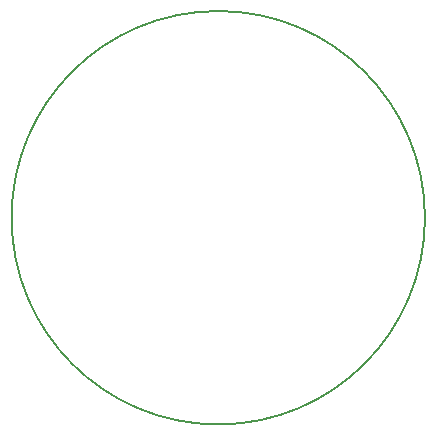
<source format=gbr>
%TF.GenerationSoftware,KiCad,Pcbnew,9.0.1*%
%TF.CreationDate,2025-05-16T16:11:36-04:00*%
%TF.ProjectId,Ir PCB,49722050-4342-42e6-9b69-6361645f7063,rev?*%
%TF.SameCoordinates,Original*%
%TF.FileFunction,Profile,NP*%
%FSLAX46Y46*%
G04 Gerber Fmt 4.6, Leading zero omitted, Abs format (unit mm)*
G04 Created by KiCad (PCBNEW 9.0.1) date 2025-05-16 16:11:36*
%MOMM*%
%LPD*%
G01*
G04 APERTURE LIST*
%TA.AperFunction,Profile*%
%ADD10C,0.200000*%
%TD*%
G04 APERTURE END LIST*
D10*
X167440000Y-109990000D02*
G75*
G02*
X132440000Y-109990000I-17500000J0D01*
G01*
X132440000Y-109990000D02*
G75*
G02*
X167440000Y-109990000I17500000J0D01*
G01*
M02*

</source>
